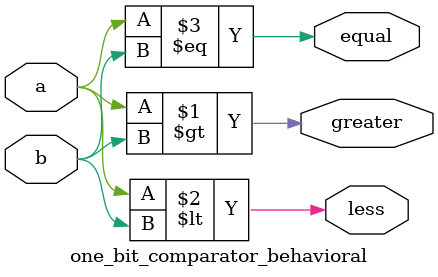
<source format=v>
module one_bit_comparator_behavioral (
    input a,
    input b,
    output greater,
    output less,
    output equal
);
    assign greater = a > b; // TODO
    assign less = a < b; // TODO
    assign equal = a == b; // TODO
endmodule

</source>
